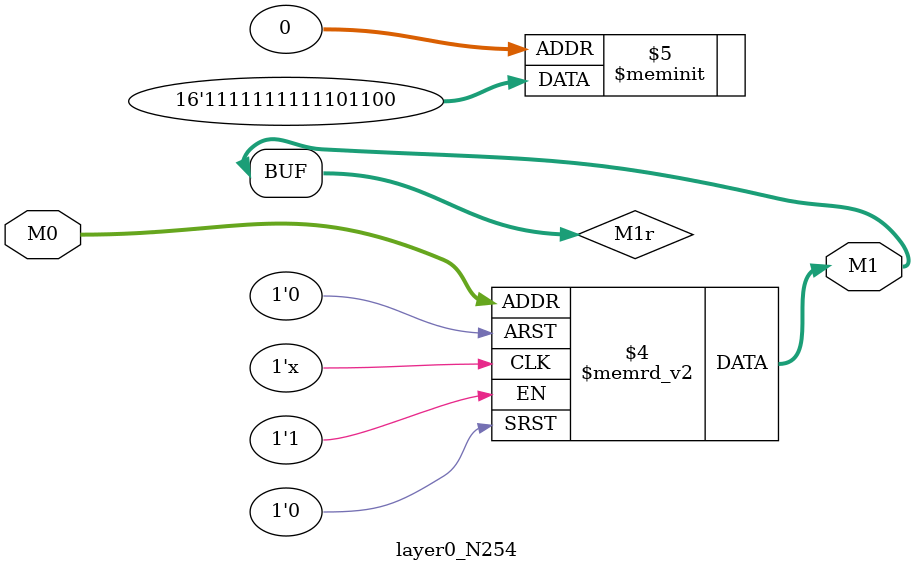
<source format=v>
module layer0_N254 ( input [2:0] M0, output [1:0] M1 );

	(*rom_style = "distributed" *) reg [1:0] M1r;
	assign M1 = M1r;
	always @ (M0) begin
		case (M0)
			3'b000: M1r = 2'b00;
			3'b100: M1r = 2'b11;
			3'b010: M1r = 2'b10;
			3'b110: M1r = 2'b11;
			3'b001: M1r = 2'b11;
			3'b101: M1r = 2'b11;
			3'b011: M1r = 2'b11;
			3'b111: M1r = 2'b11;

		endcase
	end
endmodule

</source>
